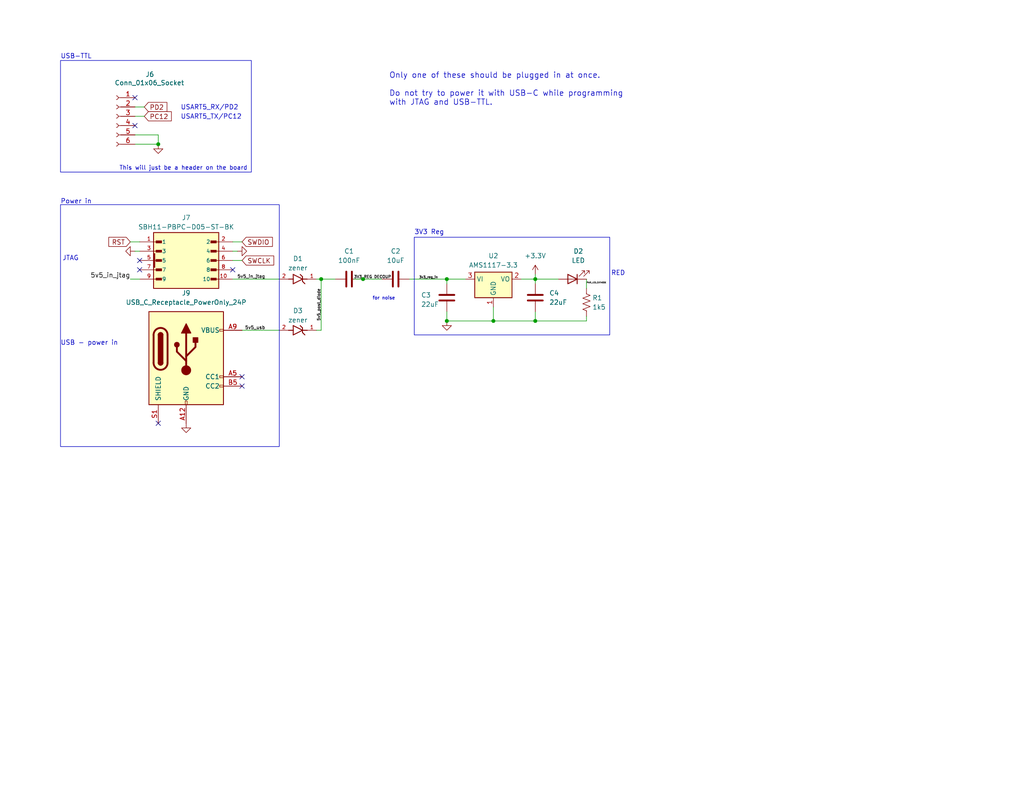
<source format=kicad_sch>
(kicad_sch (version 20231120) (generator "eeschema") (generator_version "8.0")
  (paper "USLetter")
  (title_block (title "Programming Hardware") (date "2025-08-03"))
  (lib_symbols
    (symbol "Connector:Conn_01x06_Socket" (pin_names (offset 1.016) hide)
      (property "Reference" "J" (at 0 7.62 0))
      (property "Value" "Conn_01x06_Socket" (at 0 -10.16 0))
      (symbol "Conn_01x06_Socket_1_1"
        (arc (start 0 -7.112) (mid -0.5058 -7.62) (end 0 -8.128) (stroke (width 0.1524)))
        (arc (start 0 -4.572) (mid -0.5058 -5.08) (end 0 -5.588) (stroke (width 0.1524)))
        (arc (start 0 -2.032) (mid -0.5058 -2.54) (end 0 -3.048) (stroke (width 0.1524)))
        (polyline (pts (xy -1.27 -7.62) (xy -0.508 -7.62)) (stroke (width 0.1524)))
        (polyline (pts (xy -1.27 -5.08) (xy -0.508 -5.08)) (stroke (width 0.1524)))
        (polyline (pts (xy -1.27 -2.54) (xy -0.508 -2.54)) (stroke (width 0.1524)))
        (polyline (pts (xy -1.27 0) (xy -0.508 0)) (stroke (width 0.1524)))
        (polyline (pts (xy -1.27 2.54) (xy -0.508 2.54)) (stroke (width 0.1524)))
        (polyline (pts (xy -1.27 5.08) (xy -0.508 5.08)) (stroke (width 0.1524)))
        (arc (start 0 0.508) (mid -0.5058 0) (end 0 -0.508) (stroke (width 0.1524)))
        (arc (start 0 3.048) (mid -0.5058 2.54) (end 0 2.032) (stroke (width 0.1524)))
        (arc (start 0 5.588) (mid -0.5058 5.08) (end 0 4.572) (stroke (width 0.1524)))
        (pin passive line (at -5.08 5.08 0) (length 3.81) (name "Pin_1") (number "1"))
        (pin passive line (at -5.08 2.54 0) (length 3.81) (name "Pin_2") (number "2"))
        (pin passive line (at -5.08 0 0) (length 3.81) (name "Pin_3") (number "3"))
        (pin passive line (at -5.08 -2.54 0) (length 3.81) (name "Pin_4") (number "4"))
        (pin passive line (at -5.08 -5.08 0) (length 3.81) (name "Pin_5") (number "5"))
        (pin passive line (at -5.08 -7.62 0) (length 3.81) (name "Pin_6") (number "6"))
      )
    )
    (symbol "Device:C" (pin_numbers hide) (pin_names (offset 0.254))
      (property "Reference" "C" (at 0.635 2.54 0))
      (property "Value" "C" (at 0.635 -2.54 0))
      (symbol "C_0_1"
        (polyline (pts (xy -2.032 -0.762) (xy 2.032 -0.762)) (stroke (width 0.508)))
        (polyline (pts (xy -2.032 0.762) (xy 2.032 0.762)) (stroke (width 0.508)))
      )
      (symbol "C_1_1"
        (pin passive line (at 0 3.81 270) (length 2.794) (name "~") (number "1"))
        (pin passive line (at 0 -3.81 90) (length 2.794) (name "~") (number "2"))
      )
    )
    (symbol "Device:LED" (pin_numbers hide) (pin_names (offset 1.016) hide)
      (property "Reference" "D" (at 0 2.54 0))
      (property "Value" "LED" (at 0 -2.54 0))
      (symbol "LED_0_1"
        (polyline (pts (xy -1.27 -1.27) (xy -1.27 1.27)) (stroke (width 0.254)))
        (polyline (pts (xy -1.27 0) (xy 1.27 0)))
        (polyline (pts (xy 1.27 -1.27) (xy 1.27 1.27) (xy -1.27 0) (xy 1.27 -1.27)) (stroke (width 0.254)))
        (polyline (pts (xy -3.048 -0.762) (xy -4.572 -2.286) (xy -3.81 -2.286) (xy -4.572 -2.286) (xy -4.572 -1.524)))
        (polyline (pts (xy -1.778 -0.762) (xy -3.302 -2.286) (xy -2.54 -2.286) (xy -3.302 -2.286) (xy -3.302 -1.524)))
      )
      (symbol "LED_1_1"
        (pin passive line (at -3.81 0 0) (length 2.54) (name "K") (number "1"))
        (pin passive line (at 3.81 0 180) (length 2.54) (name "A") (number "2"))
      )
    )
    (symbol "Device:R_US" (pin_numbers hide) (pin_names (offset 0))
      (property "Reference" "R" (at 2.54 0 90))
      (property "Value" "R_US" (at -2.54 0 90))
      (symbol "R_US_0_1"
        (polyline (pts (xy 0 -2.286) (xy 0 -2.54)))
        (polyline (pts (xy 0 2.286) (xy 0 2.54)))
        (polyline (pts (xy 0 -0.762) (xy 1.016 -1.143) (xy 0 -1.524) (xy -1.016 -1.905) (xy 0 -2.286)))
        (polyline (pts (xy 0 0.762) (xy 1.016 0.381) (xy 0 0) (xy -1.016 -0.381) (xy 0 -0.762)))
        (polyline (pts (xy 0 2.286) (xy 1.016 1.905) (xy 0 1.524) (xy -1.016 1.143) (xy 0 0.762)))
      )
      (symbol "R_US_1_1"
        (pin passive line (at 0 3.81 270) (length 1.27) (name "~") (number "1"))
        (pin passive line (at 0 -3.81 90) (length 1.27) (name "~") (number "2"))
      )
    )
    (symbol "Regulator_Linear:AMS1117-3.3"
      (property "Reference" "U" (at -3.81 3.175 0))
      (property "Value" "AMS1117-3.3" (at 0 3.175 0))
      (symbol "AMS1117-3.3_0_1"
        (rectangle (start -5.08 -5.08) (end 5.08 1.905) (stroke (width 0.254)) (fill (type background)))
      )
      (symbol "AMS1117-3.3_1_1"
        (pin power_in line (at 0 -7.62 90) (length 2.54) (name "GND") (number "1"))
        (pin power_out line (at 7.62 0 180) (length 2.54) (name "VO") (number "2"))
        (pin power_in line (at -7.62 0 0) (length 2.54) (name "VI") (number "3"))
      )
    )
    (symbol "SMAZ5V1-13-F:SMAZ5V1-13-F" (pin_names (offset 1.016))
      (property "Reference" "D" (at -5.08 2.54 0))
      (property "Value" "SMAZ5V1-13-F" (at -5.08 -3.81 0))
      (symbol "SMAZ5V1-13-F_0_0"
        (polyline (pts (xy -2.54 0) (xy -1.27 0)) (stroke (width 0.254)))
        (polyline (pts (xy -1.27 -1.27) (xy 1.27 0)) (stroke (width 0.254)))
        (polyline (pts (xy -1.27 0) (xy -1.27 -1.27)) (stroke (width 0.254)))
        (polyline (pts (xy -1.27 1.27) (xy -1.27 0)) (stroke (width 0.254)))
        (polyline (pts (xy 0.635 1.27) (xy 1.27 0.635)) (stroke (width 0.254)))
        (polyline (pts (xy 1.27 -0.635) (xy 1.905 -1.27)) (stroke (width 0.254)))
        (polyline (pts (xy 1.27 0) (xy -1.27 1.27)) (stroke (width 0.254)))
        (polyline (pts (xy 1.27 0) (xy 1.27 -0.635)) (stroke (width 0.254)))
        (polyline (pts (xy 1.27 0.635) (xy 1.27 0)) (stroke (width 0.254)))
        (polyline (pts (xy 2.54 0) (xy 1.27 0)) (stroke (width 0.254)))
        (pin passive line (at 5.08 0 180) (length 2.54) (name "~") (number "1"))
        (pin passive line (at -5.08 0 0) (length 2.54) (name "~") (number "2"))
      )
    )
    (symbol "USB_C_Receptacle_PowerOnly_24P_1" (pin_names (offset 1.016))
      (property "Reference" "J" (at 0 16.51 0))
      (property "Value" "USB_C_Receptacle_PowerOnly_24P" (at 0 13.97 0))
      (symbol "USB_C_Receptacle_PowerOnly_24P_1_0_0"
        (rectangle (start -0.254 -12.7) (end 0.254 -11.684))
        (rectangle (start 10.16 -7.366) (end 9.144 -7.874))
        (rectangle (start 10.16 -4.826) (end 9.144 -5.334))
        (rectangle (start 10.16 7.874) (end 9.144 7.366))
      )
      (symbol "USB_C_Receptacle_PowerOnly_24P_1_0_1"
        (rectangle (start -10.16 12.7) (end 10.16 -12.7) (stroke (width 0.254)) (fill (type background)))
        (arc (start -8.89 -1.27) (mid -6.985 -3.1667) (end -5.08 -1.27) (stroke (width 0.508)))
        (arc (start -7.62 -1.27) (mid -6.985 -1.9023) (end -6.35 -1.27) (stroke (width 0.254)))
        (arc (start -7.62 -1.27) (mid -6.985 -1.9023) (end -6.35 -1.27) (stroke (width 0.254)) (fill (type outline)))
        (rectangle (start -7.62 -1.27) (end -6.35 6.35) (stroke (width 0.254)) (fill (type outline)))
        (arc (start -6.35 6.35) (mid -6.985 6.9823) (end -7.62 6.35) (stroke (width 0.254)))
        (arc (start -6.35 6.35) (mid -6.985 6.9823) (end -7.62 6.35) (stroke (width 0.254)) (fill (type outline)))
        (arc (start -5.08 6.35) (mid -6.985 8.2467) (end -8.89 6.35) (stroke (width 0.508)))
        (circle (center -2.54 3.683) (radius 0.635) (stroke (width 0.254)) (fill (type outline)))
        (circle (center 0 -3.302) (radius 1.27) (fill (type outline)))
        (polyline (pts (xy -8.89 -1.27) (xy -8.89 6.35)) (stroke (width 0.508)))
        (polyline (pts (xy -5.08 6.35) (xy -5.08 -1.27)) (stroke (width 0.508)))
        (polyline (pts (xy 0 -3.302) (xy 0 6.858)) (stroke (width 0.508)))
        (polyline (pts (xy 0 -0.762) (xy -2.54 1.778) (xy -2.54 3.048)) (stroke (width 0.508)))
        (polyline (pts (xy 0 0.508) (xy 2.54 3.048) (xy 2.54 4.318)) (stroke (width 0.508)))
        (polyline (pts (xy -1.27 6.858) (xy 0 9.398) (xy 1.27 6.858) (xy -1.27 6.858)) (stroke (width 0.254)) (fill (type outline)))
        (rectangle (start 1.905 4.318) (end 3.175 5.588) (stroke (width 0.254)) (fill (type outline)))
      )
      (symbol "USB_C_Receptacle_PowerOnly_24P_1_1_1"
        (pin power_in line (at 0 -17.78 90) (length 5.08) (name "GND") (number "A12"))
        (pin bidirectional line (at 15.24 -5.08 180) (length 5.08) (name "CC1") (number "A5"))
        (pin power_in line (at 15.24 7.62 180) (length 5.08) (name "VBUS") (number "A9"))
        (pin bidirectional line (at 15.24 -7.62 180) (length 5.08) (name "CC2") (number "B5"))
        (pin passive line (at -7.62 -17.78 90) (length 5.08) (name "SHIELD") (number "S1"))
      )
    )
    (symbol "jtag:SBH11-PBPC-D05-ST-BK" (pin_names (offset 1.016))
      (property "Reference" "J" (at -10.16 8.89 0))
      (property "Value" "SBH11-PBPC-D05-ST-BK" (at -10.16 -10.16 0))
      (symbol "SBH11-PBPC-D05-ST-BK_0_0"
        (rectangle (start -8.89 7.62) (end 8.89 -7.62) (stroke (width 0.254)) (fill (type background)))
        (rectangle (start -8.255 -5.3975) (end -6.6675 -4.7625) (stroke (width 0.1)) (fill (type outline)))
        (rectangle (start -8.255 -2.8575) (end -6.6675 -2.2225) (stroke (width 0.1)) (fill (type outline)))
        (rectangle (start -8.255 -0.3175) (end -6.6675 0.3175) (stroke (width 0.1)) (fill (type outline)))
        (rectangle (start -8.255 2.2225) (end -6.6675 2.8575) (stroke (width 0.1)) (fill (type outline)))
        (rectangle (start -8.255 4.7625) (end -6.6675 5.3975) (stroke (width 0.1)) (fill (type outline)))
        (rectangle (start 6.6675 -5.3975) (end 8.255 -4.7625) (stroke (width 0.1)) (fill (type outline)))
        (rectangle (start 6.6675 -2.8575) (end 8.255 -2.2225) (stroke (width 0.1)) (fill (type outline)))
        (rectangle (start 6.6675 -0.3175) (end 8.255 0.3175) (stroke (width 0.1)) (fill (type outline)))
        (rectangle (start 6.6675 2.2225) (end 8.255 2.8575) (stroke (width 0.1)) (fill (type outline)))
        (rectangle (start 6.6675 4.7625) (end 8.255 5.3975) (stroke (width 0.1)) (fill (type outline)))
        (pin passive line (at -12.7 5.08 0) (length 5.08) (name "1") (number "1"))
        (pin passive line (at 12.7 -5.08 180) (length 5.08) (name "10") (number "10"))
        (pin passive line (at 12.7 5.08 180) (length 5.08) (name "2") (number "2"))
        (pin passive line (at -12.7 2.54 0) (length 5.08) (name "3") (number "3"))
        (pin passive line (at 12.7 2.54 180) (length 5.08) (name "4") (number "4"))
        (pin passive line (at -12.7 0 0) (length 5.08) (name "5") (number "5"))
        (pin passive line (at 12.7 0 180) (length 5.08) (name "6") (number "6"))
        (pin passive line (at -12.7 -2.54 0) (length 5.08) (name "7") (number "7"))
        (pin passive line (at 12.7 -2.54 180) (length 5.08) (name "8") (number "8"))
        (pin passive line (at -12.7 -5.08 0) (length 5.08) (name "9") (number "9"))
      )
      (symbol "SBH11-PBPC-D05-ST-BK_1_1"
        (rectangle (start -8.89 1.905) (end -8.5345 -1.905) (fill (type outline)))
      )
    )
    (symbol "power:+3.3V" (power) (pin_numbers hide) (pin_names (offset 0) hide)
      (property "Value" "+3.3V" (at 0 3.556 0))
      (symbol "+3.3V_0_1"
        (polyline (pts (xy -0.762 1.27) (xy 0 2.54)))
        (polyline (pts (xy 0 0) (xy 0 2.54)))
        (polyline (pts (xy 0 2.54) (xy 0.762 1.27)))
      )
      (symbol "+3.3V_1_1"
        (pin power_in line (at 0 0 90) (length 0) (name "~") (number "1"))
      )
    )
    (symbol "power:GND" (power) (pin_numbers hide) (pin_names (offset 0) hide)
      (property "Value" "GND" (at 0 -3.81 0))
      (symbol "GND_0_1"
        (polyline (pts (xy 0 0) (xy 0 -1.27) (xy 1.27 -1.27) (xy 0 -2.54) (xy -1.27 -1.27) (xy 0 -1.27)))
      )
      (symbol "GND_1_1"
        (pin power_in line (at 0 0 270) (length 0) (name "~") (number "1"))
      )
    )
  )
  (junction (at 121.92 87.63))
  (junction (at 121.92 76.2))
  (junction (at 99.06 76.2))
  (junction (at 43.18 39.37))
  (junction (at 87.63 76.2))
  (junction (at 134.62 87.63))
  (junction (at 146.05 87.63))
  (junction (at 146.05 76.2))
  (no_connect (at 66.04 105.41))
  (no_connect (at 36.83 26.67))
  (no_connect (at 43.18 115.57))
  (no_connect (at 38.1 71.12))
  (no_connect (at 66.04 102.87))
  (no_connect (at 38.1 73.66))
  (no_connect (at 63.5 73.66))
  (no_connect (at 36.83 34.29))
  (wire (pts (xy 121.92 76.2) (xy 127 76.2)))
  (wire (pts (xy 146.05 76.2) (xy 152.4 76.2)))
  (wire (pts (xy 66.04 66.04) (xy 63.5 66.04)))
  (wire (pts (xy 64.77 68.58) (xy 63.5 68.58)))
  (wire (pts (xy 146.05 87.63) (xy 160.02 87.63)))
  (wire (pts (xy 87.63 90.17) (xy 86.36 90.17)))
  (wire (pts (xy 39.37 31.75) (xy 36.83 31.75)))
  (wire (pts (xy 160.02 86.36) (xy 160.02 87.63)))
  (wire (pts (xy 146.05 87.63) (xy 146.05 85.09)))
  (wire (pts (xy 39.37 29.21) (xy 36.83 29.21)))
  (wire (pts (xy 111.76 76.2) (xy 121.92 76.2)))
  (wire (pts (xy 87.63 76.2) (xy 86.36 76.2)))
  (wire (pts (xy 121.92 85.09) (xy 121.92 87.63)))
  (wire (pts (xy 160.02 76.2) (xy 160.02 78.74)))
  (wire (pts (xy 66.04 71.12) (xy 63.5 71.12)))
  (wire (pts (xy 91.44 76.2) (xy 87.63 76.2)))
  (wire (pts (xy 43.18 39.37) (xy 36.83 39.37)))
  (wire (pts (xy 96.52 76.2) (xy 99.06 76.2)))
  (wire (pts (xy 87.63 76.2) (xy 87.63 90.17)))
  (wire (pts (xy 99.06 76.2) (xy 104.14 76.2)))
  (wire (pts (xy 36.83 36.83) (xy 43.18 36.83)))
  (wire (pts (xy 63.5 76.2) (xy 76.2 76.2)))
  (wire (pts (xy 134.62 83.82) (xy 134.62 87.63)))
  (wire (pts (xy 146.05 77.47) (xy 146.05 76.2)))
  (wire (pts (xy 121.92 87.63) (xy 134.62 87.63)))
  (wire (pts (xy 43.18 36.83) (xy 43.18 39.37)))
  (wire (pts (xy 134.62 87.63) (xy 146.05 87.63)))
  (wire (pts (xy 35.56 76.2) (xy 38.1 76.2)))
  (wire (pts (xy 146.05 74.93) (xy 146.05 76.2)))
  (wire (pts (xy 66.04 90.17) (xy 76.2 90.17)))
  (wire (pts (xy 142.24 76.2) (xy 146.05 76.2)))
  (wire (pts (xy 121.92 76.2) (xy 121.92 77.47)))
  (wire (pts (xy 36.83 68.58) (xy 38.1 68.58)))
  (wire (pts (xy 35.56 66.04) (xy 38.1 66.04)))
  (rectangle (start 16.51 55.88) (end 76.2 121.92))
  (rectangle (start 113.03 64.77) (end 166.37 91.44))
  (rectangle (start 16.51 16.51) (end 68.58 46.99))
  (text "USB-TTL\n" (at 16.51 15.494 0) (effects (font (size 1.27 1.27)) (justify left)))
  (text "USART5_TX/PC12" (at 49.276 31.242 0) (effects (font (size 1.27 1.27)) (justify left top)))
  (text "Power in" (at 16.51 55.118 0) (effects (font (size 1.27 1.27)) (justify left)))
  (text "for noise" (at 101.6 81.534 0) (effects (font (size 0.889 0.889)) (justify left)))
  (text "3V3 Reg\n" (at 113.03 63.5 0) (effects (font (size 1.27 1.27)) (justify left)))
  (text "Only one of these should be plugged in at once.\n\nDo not try to power it with USB-C while programming \nwith JTAG and USB-TTL." (at 106.172 24.384 0) (effects (font (size 1.524 1.524)) (justify left)))
  (text "USART5_RX/PD2" (at 49.276 28.702 0) (effects (font (size 1.27 1.27)) (justify left top)))
  (text "USB - power in\n" (at 16.51 93.726 0) (effects (font (size 1.27 1.27)) (justify left)))
  (text "JTAG\n" (at 17.018 70.612 0) (effects (font (size 1.27 1.27)) (justify left)))
  (text "This will just be a header on the board\n" (at 50.038 45.974 0) (effects (font (size 1.143 1.143))))
  (text "RED\n" (at 168.656 74.676 0) (effects (font (size 1.27 1.27))))
  (label "5v5_usb" (at 72.39 90.17 180) (effects (font (size 0.889 0.889))))
  (label "5v5_post_diode" (at 87.63 87.63 90) (effects (font (size 0.762 0.762))))
  (label "PWR_LED_CATHODE" (at 160.02 77.47 0) (effects (font (size 0.381 0.381))))
  (label "3v3_reg_in" (at 114.3 76.2 0) (effects (font (size 0.635 0.635))))
  (label "5v5_in_jtag" (at 35.56 76.2 180))
  (label "3V3 REG DECOUP" (at 96.52 76.2 0) (effects (font (size 0.762 0.762))))
  (label "5v5_in_jtag" (at 72.39 76.2 180) (effects (font (size 0.889 0.889))))
  (global_label "PD2" (shape input) (at 39.37 29.21 0) (property "Intersheetrefs" "${INTERSHEET_REFS}" (effects (hide yes))))
  (global_label "RST" (shape input) (at 35.56 66.04 180) (property "Intersheetrefs" "${INTERSHEET_REFS}" (effects (hide yes))))
  (global_label "SWDIO" (shape input) (at 66.04 66.04 0) (property "Intersheetrefs" "${INTERSHEET_REFS}" (effects (hide yes))))
  (global_label "PC12" (shape input) (at 39.37 31.75 0) (property "Intersheetrefs" "${INTERSHEET_REFS}" (effects (hide yes))))
  (global_label "SWCLK" (shape input) (at 66.04 71.12 0) (property "Intersheetrefs" "${INTERSHEET_REFS}" (effects (hide yes))))
  (symbol (lib_id "power:GND") (at 43.18 39.37 0) (unit 1)
    (property "Reference" "#PWR07" (effects (hide yes)))
    (property "Value" "GND" (effects (hide yes)))
    (property "Description" "Power symbol creates a global label with name \"GND\" , ground" (effects (hide yes)))
  )
  (symbol (lib_id "power:GND") (at 121.92 87.63 0) (unit 1)
    (property "Reference" "#PWR011" (effects (hide yes)))
    (property "Value" "GND" (effects (hide yes)))
    (property "Description" "Power symbol creates a global label with name \"GND\" , ground" (effects (hide yes)))
  )
  (symbol (lib_id "Device:C") (at 107.95 76.2 90) (unit 1)
    (property "Reference" "C2" (at 107.95 68.58 90))
    (property "Value" "10uF" (at 107.95 71.12 90))
    (property "Footprint" "Capacitor_SMD:C_0805_2012Metric" (effects (hide yes)))
    (property "Description" "Unpolarized capacitor" (effects (hide yes)))
  )
  (symbol (lib_id "power:GND") (at 50.8 115.57 0) (unit 1)
    (property "Reference" "#PWR012" (effects (hide yes)))
    (property "Value" "GND" (effects (hide yes)))
    (property "Description" "Power symbol creates a global label with name \"GND\" , ground" (effects (hide yes)))
  )
  (symbol (lib_id "power:GND") (at 36.83 68.58 270) (unit 1)
    (property "Reference" "#PWR08" (effects (hide yes)))
    (property "Value" "GND" (effects (hide yes)))
    (property "Description" "Power symbol creates a global label with name \"GND\" , ground" (effects (hide yes)))
  )
  (symbol (lib_id "SMAZ5V1-13-F:SMAZ5V1-13-F") (at 81.28 76.2 0) (unit 1)
    (property "Reference" "D1" (at 81.28 70.612 0))
    (property "Value" "zener" (at 81.28 73.152 0))
    (property "Footprint" "zener_diode_5v1:DIOM5226X240N" (effects (hide yes)))
    (property "PARTREV" "19 - 2" (effects (hide yes)))
    (property "MANUFACTURER" "Diodes Inc." (effects (hide yes)))
    (property "MAXIMUM_PACKAGE_HEIGHT" "2.4mm" (effects (hide yes)))
    (property "STANDARD" "IPC-7351B" (effects (hide yes)))
  )
  (symbol (lib_id "Device:C") (at 121.92 81.28 0) (unit 1)
    (property "Reference" "C3" (at 114.8874 80.566 0) (effects (justify left)))
    (property "Value" "22uF" (at 114.8874 83.106 0) (effects (justify left)))
    (property "Footprint" "Capacitor_SMD:C_0805_2012Metric" (effects (hide yes)))
    (property "Description" "Unpolarized capacitor" (effects (hide yes)))
  )
  (symbol (lib_name "USB_C_Receptacle_PowerOnly_24P_1") (lib_id "Connector:USB_C_Receptacle_PowerOnly_24P") (at 50.8 97.79 0) (unit 1)
    (property "Reference" "J9" (at 50.8 80.01 0))
    (property "Value" "USB_C_Receptacle_PowerOnly_24P" (at 50.8 82.55 0))
    (property "Footprint" "usbc_power_only:KUSBX-SMT-CS-6-BTR_KYC" (effects (hide yes)))
    (property "Datasheet" "https://www.usb.org/sites/default/files/documents/usb_type-c.zip" (effects (hide yes)))
    (property "Description" "USB Power-Only 24P Type-C Receptacle connector" (effects (hide yes)))
  )
  (symbol (lib_id "power:GND") (at 64.77 68.58 90) (unit 1)
    (property "Reference" "#PWR09" (effects (hide yes)))
    (property "Value" "GND" (effects (hide yes)))
    (property "Description" "Power symbol creates a global label with name \"GND\" , ground" (effects (hide yes)))
  )
  (symbol (lib_id "Device:LED") (at 156.21 76.2 180) (unit 1)
    (property "Reference" "D2" (at 157.7975 68.58 0))
    (property "Value" "LED" (at 157.7975 71.12 0))
    (property "Footprint" "Diode_SMD:D_0805_2012Metric" (effects (hide yes)))
    (property "Description" "Light emitting diode" (effects (hide yes)))
  )
  (symbol (lib_id "jtag:SBH11-PBPC-D05-ST-BK") (at 50.8 71.12 0) (unit 1)
    (property "Reference" "J7" (at 50.8 59.436 0))
    (property "Value" "SBH11-PBPC-D05-ST-BK" (at 50.8 61.976 0))
    (property "Footprint" "jtag:SULLINS_SBH11-PBPC-D05-ST-BK" (effects (hide yes)))
    (property "PARTREV" "J" (effects (hide yes)))
    (property "STANDARD" "Manufacturer Recommendations" (effects (hide yes)))
    (property "SNAPEDA_PN" "SBH11-PBPC-D05-ST-BK" (effects (hide yes)))
    (property "MAXIMUM_PACKAGE_HEIGHT" "9.1mm" (effects (hide yes)))
    (property "MANUFACTURER" "Sullins Connector Solutions" (effects (hide yes)))
  )
  (symbol (lib_id "power:+3.3V") (at 146.05 74.93 0) (unit 1)
    (property "Reference" "#PWR010" (effects (hide yes)))
    (property "Value" "+3.3V" (at 146.05 69.85 0))
    (property "Description" "Power symbol creates a global label with name \"+3.3V\"" (effects (hide yes)))
  )
  (symbol (lib_id "Regulator_Linear:AMS1117-3.3") (at 134.62 76.2 0) (unit 1)
    (property "Reference" "U2" (at 134.62 69.85 0))
    (property "Value" "AMS1117-3.3" (at 134.62 72.39 0))
    (property "Footprint" "Package_TO_SOT_SMD:SOT-223-3_TabPin2" (effects (hide yes)))
    (property "Datasheet" "http://www.advanced-monolithic.com/pdf/ds1117.pdf" (effects (hide yes)))
    (property "Description" "1A Low Dropout regulator, positive, 3.3V fixed output, SOT-223" (effects (hide yes)))
  )
  (symbol (lib_id "Device:C") (at 95.25 76.2 90) (unit 1)
    (property "Reference" "C1" (at 95.25 68.58 90))
    (property "Value" "100nF" (at 95.25 71.12 90))
    (property "Footprint" "Capacitor_SMD:C_0805_2012Metric" (effects (hide yes)))
    (property "Description" "Unpolarized capacitor" (effects (hide yes)))
  )
  (symbol (lib_id "Connector:Conn_01x06_Socket") (at 31.75 31.75 0) (mirror y) (unit 1)
    (property "Reference" "J6" (at 40.894 20.32 0))
    (property "Value" "Conn_01x06_Socket" (at 40.767 22.606 0))
    (property "Footprint" "Connector_PinHeader_1.00mm:PinHeader_1x06_P1.00mm_Vertical" (effects (hide yes)))
    (property "Description" "Generic connector, single row, 01x06, script generated" (effects (hide yes)))
  )
  (symbol (lib_id "Device:C") (at 146.05 81.28 0) (unit 1)
    (property "Reference" "C4" (at 149.86 80.0099 0) (effects (justify left)))
    (property "Value" "22uF" (at 149.86 82.5499 0) (effects (justify left)))
    (property "Footprint" "Capacitor_SMD:C_0805_2012Metric" (effects (hide yes)))
    (property "Description" "Unpolarized capacitor" (effects (hide yes)))
  )
  (symbol (lib_id "Device:R_US") (at 160.02 82.55 180) (unit 1)
    (property "Reference" "R1" (at 161.6234 81.328 0) (effects (justify right)))
    (property "Value" "1k5" (at 161.6234 83.868 0) (effects (justify right)))
    (property "Footprint" "Resistor_SMD:R_0805_2012Metric_Pad1.20x1.40mm_HandSolder" (effects (hide yes)))
    (property "Description" "Resistor, US symbol" (effects (hide yes)))
  )
  (symbol (lib_id "SMAZ5V1-13-F:SMAZ5V1-13-F") (at 81.28 90.17 0) (unit 1)
    (property "Reference" "D3" (at 81.28 84.836 0))
    (property "Value" "zener" (at 81.28 87.376 0))
    (property "Footprint" "zener_diode_5v1:DIOM5226X240N" (effects (hide yes)))
    (property "PARTREV" "19 - 2" (effects (hide yes)))
    (property "MANUFACTURER" "Diodes Inc." (effects (hide yes)))
    (property "MAXIMUM_PACKAGE_HEIGHT" "2.4mm" (effects (hide yes)))
    (property "STANDARD" "IPC-7351B" (effects (hide yes)))
  )
)
</source>
